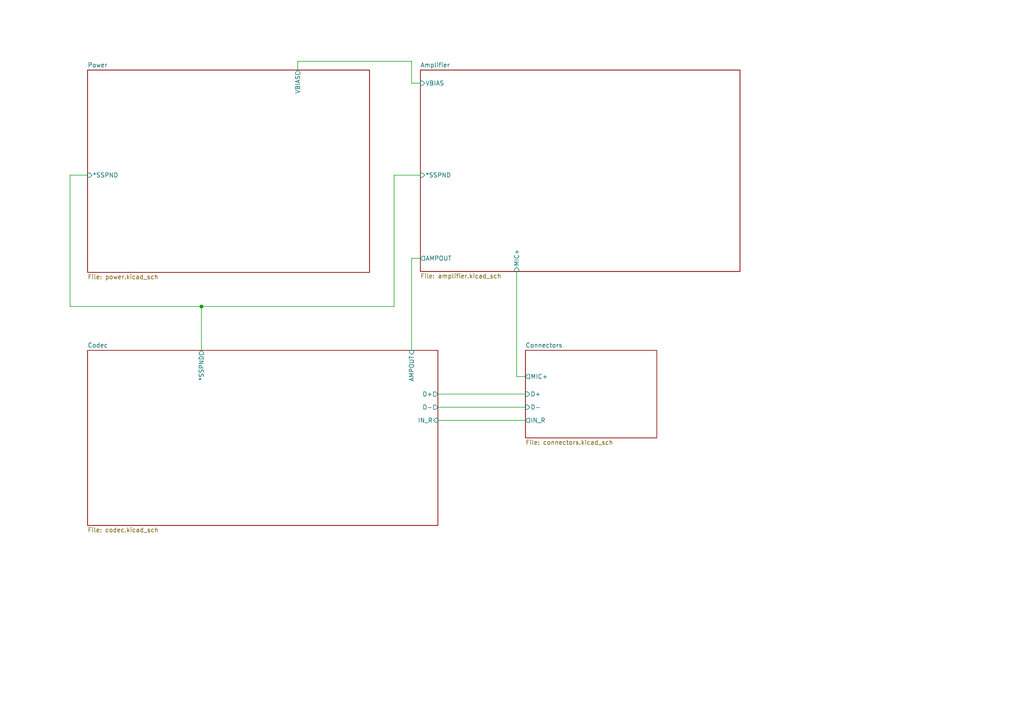
<source format=kicad_sch>
(kicad_sch
	(version 20250114)
	(generator "eeschema")
	(generator_version "9.0")
	(uuid "eb1afd54-626c-4526-850f-b0511eb9dc59")
	(paper "A4")
	(title_block
		(title "USB mic")
		(date "2025-05-26")
		(rev "0.2")
		(company "Maksym Rybalskyi <MaxDespairon@gmail.com>")
	)
	(lib_symbols)
	(junction
		(at 58.42 88.9)
		(diameter 0)
		(color 0 0 0 0)
		(uuid "eac7cb5b-92bb-4cce-8ab7-7f0a922d531e")
	)
	(wire
		(pts
			(xy 121.92 50.8) (xy 114.3 50.8)
		)
		(stroke
			(width 0)
			(type default)
		)
		(uuid "16c8aabb-8c79-4bd3-98a8-113eac8b1b21")
	)
	(wire
		(pts
			(xy 58.42 88.9) (xy 20.32 88.9)
		)
		(stroke
			(width 0)
			(type default)
		)
		(uuid "1a8015e8-896f-41b8-8019-bb85bdf61f77")
	)
	(wire
		(pts
			(xy 149.86 109.22) (xy 149.86 78.74)
		)
		(stroke
			(width 0)
			(type default)
		)
		(uuid "2c3e06fa-3044-4d0f-89a9-8e9febccfe9f")
	)
	(wire
		(pts
			(xy 121.92 74.93) (xy 119.38 74.93)
		)
		(stroke
			(width 0)
			(type default)
		)
		(uuid "30c37b83-185b-4e28-9fde-fac1ca999f3b")
	)
	(wire
		(pts
			(xy 86.36 17.78) (xy 86.36 20.32)
		)
		(stroke
			(width 0)
			(type default)
		)
		(uuid "36787fcc-e603-4eb3-9e5a-707cb3650189")
	)
	(wire
		(pts
			(xy 20.32 50.8) (xy 25.4 50.8)
		)
		(stroke
			(width 0)
			(type default)
		)
		(uuid "3c3a0dac-79a3-484e-ac1c-00d87a7bdf5e")
	)
	(wire
		(pts
			(xy 119.38 74.93) (xy 119.38 101.6)
		)
		(stroke
			(width 0)
			(type default)
		)
		(uuid "3ec05d6f-1c97-42a1-bdc6-c30b46e75866")
	)
	(wire
		(pts
			(xy 127 114.3) (xy 152.4 114.3)
		)
		(stroke
			(width 0)
			(type default)
		)
		(uuid "49b671d5-12aa-4178-821e-fd746dbef329")
	)
	(wire
		(pts
			(xy 58.42 88.9) (xy 114.3 88.9)
		)
		(stroke
			(width 0)
			(type default)
		)
		(uuid "52e4d826-ecb0-4de7-9b15-63029d227201")
	)
	(wire
		(pts
			(xy 119.38 24.13) (xy 119.38 17.78)
		)
		(stroke
			(width 0)
			(type default)
		)
		(uuid "7ef2373f-b3d5-48dc-b311-3df3dae95a64")
	)
	(wire
		(pts
			(xy 127 118.11) (xy 152.4 118.11)
		)
		(stroke
			(width 0)
			(type default)
		)
		(uuid "8db56a50-3157-4731-ba18-160d38f979ba")
	)
	(wire
		(pts
			(xy 121.92 24.13) (xy 119.38 24.13)
		)
		(stroke
			(width 0)
			(type default)
		)
		(uuid "97d320e6-b91b-4c4f-b8a3-2c7658a8185d")
	)
	(wire
		(pts
			(xy 20.32 88.9) (xy 20.32 50.8)
		)
		(stroke
			(width 0)
			(type default)
		)
		(uuid "a4100b49-25a5-4cdd-a1c4-55b3d06bcac2")
	)
	(wire
		(pts
			(xy 152.4 109.22) (xy 149.86 109.22)
		)
		(stroke
			(width 0)
			(type default)
		)
		(uuid "a5969979-8965-4700-af48-22b07a06398b")
	)
	(wire
		(pts
			(xy 119.38 17.78) (xy 86.36 17.78)
		)
		(stroke
			(width 0)
			(type default)
		)
		(uuid "a9ece161-f95c-460d-a668-82f1acb6dfe2")
	)
	(wire
		(pts
			(xy 114.3 50.8) (xy 114.3 88.9)
		)
		(stroke
			(width 0)
			(type default)
		)
		(uuid "b119c067-74b2-495d-8adb-9f332fe2bbea")
	)
	(wire
		(pts
			(xy 58.42 101.6) (xy 58.42 88.9)
		)
		(stroke
			(width 0)
			(type default)
		)
		(uuid "d65c0558-a35e-47e7-acc0-150d56f020d9")
	)
	(wire
		(pts
			(xy 127 121.92) (xy 152.4 121.92)
		)
		(stroke
			(width 0)
			(type default)
		)
		(uuid "f77d9aa1-72e4-44a5-885f-e0be8bb7ebd2")
	)
	(sheet
		(at 25.4 101.6)
		(size 101.6 50.8)
		(exclude_from_sim no)
		(in_bom yes)
		(on_board yes)
		(dnp no)
		(fields_autoplaced yes)
		(stroke
			(width 0.1524)
			(type solid)
		)
		(fill
			(color 0 0 0 0.0000)
		)
		(uuid "40fe25a3-4d86-4a6f-b65f-f3723270c1e1")
		(property "Sheetname" "Codec"
			(at 25.4 100.8884 0)
			(effects
				(font
					(size 1.27 1.27)
				)
				(justify left bottom)
			)
		)
		(property "Sheetfile" "codec.kicad_sch"
			(at 25.4 152.9846 0)
			(effects
				(font
					(size 1.27 1.27)
				)
				(justify left top)
			)
		)
		(pin "*SSPND" output
			(at 58.42 101.6 90)
			(uuid "f80c1cdb-637e-42f2-8752-89f2fd305e1c")
			(effects
				(font
					(size 1.27 1.27)
				)
				(justify right)
			)
		)
		(pin "AMPOUT" input
			(at 119.38 101.6 90)
			(uuid "f5f4b885-362f-4847-8698-2c81f5b3df9f")
			(effects
				(font
					(size 1.27 1.27)
				)
				(justify right)
			)
		)
		(pin "IN_R" input
			(at 127 121.92 0)
			(uuid "9df44e82-044c-4078-9557-89569334d1a0")
			(effects
				(font
					(size 1.27 1.27)
				)
				(justify right)
			)
		)
		(pin "D-" output
			(at 127 118.11 0)
			(uuid "6a8a99d2-0504-4701-ba8f-a5eec7addc4c")
			(effects
				(font
					(size 1.27 1.27)
				)
				(justify right)
			)
		)
		(pin "D+" output
			(at 127 114.3 0)
			(uuid "86dec8ae-5c7d-4fe7-9483-4c4683592817")
			(effects
				(font
					(size 1.27 1.27)
				)
				(justify right)
			)
		)
		(instances
			(project "kicad_mic_amp"
				(path "/eb1afd54-626c-4526-850f-b0511eb9dc59"
					(page "4")
				)
			)
		)
	)
	(sheet
		(at 152.4 101.6)
		(size 38.1 25.4)
		(exclude_from_sim no)
		(in_bom yes)
		(on_board yes)
		(dnp no)
		(fields_autoplaced yes)
		(stroke
			(width 0.1524)
			(type solid)
		)
		(fill
			(color 0 0 0 0.0000)
		)
		(uuid "9643d481-3898-40ec-96ff-319a188d3022")
		(property "Sheetname" "Connectors"
			(at 152.4 100.8884 0)
			(effects
				(font
					(size 1.27 1.27)
				)
				(justify left bottom)
			)
		)
		(property "Sheetfile" "connectors.kicad_sch"
			(at 152.4 127.5846 0)
			(effects
				(font
					(size 1.27 1.27)
				)
				(justify left top)
			)
		)
		(pin "MIC+" output
			(at 152.4 109.22 180)
			(uuid "d932f98c-afda-486b-a332-dc4a2547af18")
			(effects
				(font
					(size 1.27 1.27)
				)
				(justify left)
			)
		)
		(pin "IN_R" output
			(at 152.4 121.92 180)
			(uuid "b0216aa3-eabf-4ff3-aaf2-733e1a7a4f67")
			(effects
				(font
					(size 1.27 1.27)
				)
				(justify left)
			)
		)
		(pin "D-" input
			(at 152.4 118.11 180)
			(uuid "ae9655af-1e1d-4033-8bce-b00381d3ecf9")
			(effects
				(font
					(size 1.27 1.27)
				)
				(justify left)
			)
		)
		(pin "D+" input
			(at 152.4 114.3 180)
			(uuid "b5b8c82c-3b45-4ab0-85e3-db1f74a967aa")
			(effects
				(font
					(size 1.27 1.27)
				)
				(justify left)
			)
		)
		(instances
			(project "kicad_mic_amp"
				(path "/eb1afd54-626c-4526-850f-b0511eb9dc59"
					(page "5")
				)
			)
		)
	)
	(sheet
		(at 121.92 20.32)
		(size 92.71 58.42)
		(exclude_from_sim no)
		(in_bom yes)
		(on_board yes)
		(dnp no)
		(fields_autoplaced yes)
		(stroke
			(width 0.1524)
			(type solid)
		)
		(fill
			(color 0 0 0 0.0000)
		)
		(uuid "aed31a99-faa8-4ba4-96c0-f97b18d51065")
		(property "Sheetname" "Amplifier"
			(at 121.92 19.6084 0)
			(effects
				(font
					(size 1.27 1.27)
				)
				(justify left bottom)
			)
		)
		(property "Sheetfile" "amplifier.kicad_sch"
			(at 121.92 79.3246 0)
			(effects
				(font
					(size 1.27 1.27)
				)
				(justify left top)
			)
		)
		(pin "VBIAS" input
			(at 121.92 24.13 180)
			(uuid "cc333e2c-a2b7-461e-876a-3d680b322b84")
			(effects
				(font
					(size 1.27 1.27)
				)
				(justify left)
			)
		)
		(pin "*SSPND" input
			(at 121.92 50.8 180)
			(uuid "d8ef739a-918e-47d9-ad8c-4d47edc09260")
			(effects
				(font
					(size 1.27 1.27)
				)
				(justify left)
			)
		)
		(pin "AMPOUT" output
			(at 121.92 74.93 180)
			(uuid "6d460de2-53a3-474f-8b69-441500714582")
			(effects
				(font
					(size 1.27 1.27)
				)
				(justify left)
			)
		)
		(pin "MIC+" input
			(at 149.86 78.74 270)
			(uuid "f67eab5e-9adf-4542-9b63-e06e6d7f7f22")
			(effects
				(font
					(size 1.27 1.27)
				)
				(justify left)
			)
		)
		(instances
			(project "kicad_mic_amp"
				(path "/eb1afd54-626c-4526-850f-b0511eb9dc59"
					(page "2")
				)
			)
		)
	)
	(sheet
		(at 25.4 20.32)
		(size 81.788 58.674)
		(exclude_from_sim no)
		(in_bom yes)
		(on_board yes)
		(dnp no)
		(fields_autoplaced yes)
		(stroke
			(width 0.1524)
			(type solid)
		)
		(fill
			(color 0 0 0 0.0000)
		)
		(uuid "b6fbeffe-7e55-4f10-a8ab-72b4928b7916")
		(property "Sheetname" "Power"
			(at 25.4 19.6084 0)
			(effects
				(font
					(size 1.27 1.27)
				)
				(justify left bottom)
			)
		)
		(property "Sheetfile" "power.kicad_sch"
			(at 25.4 79.5786 0)
			(effects
				(font
					(size 1.27 1.27)
				)
				(justify left top)
			)
		)
		(pin "*SSPND" input
			(at 25.4 50.8 180)
			(uuid "ae8e92ba-1c2b-43ad-a13b-7928a337cd67")
			(effects
				(font
					(size 1.27 1.27)
				)
				(justify left)
			)
		)
		(pin "VBIAS" output
			(at 86.36 20.32 90)
			(uuid "adc24fa8-78e3-4bfe-aad1-7cc661de1c18")
			(effects
				(font
					(size 1.27 1.27)
				)
				(justify right)
			)
		)
		(instances
			(project "kicad_mic_amp"
				(path "/eb1afd54-626c-4526-850f-b0511eb9dc59"
					(page "3")
				)
			)
		)
	)
	(sheet_instances
		(path "/"
			(page "1")
		)
	)
	(embedded_fonts no)
)

</source>
